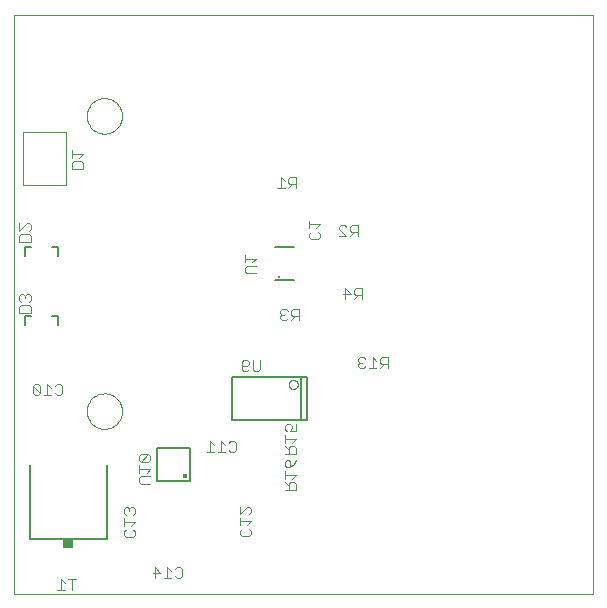
<source format=gbo>
G75*
%MOIN*%
%OFA0B0*%
%FSLAX24Y24*%
%IPPOS*%
%LPD*%
%AMOC8*
5,1,8,0,0,1.08239X$1,22.5*
%
%ADD10C,0.0000*%
%ADD11C,0.0030*%
%ADD12C,0.0060*%
%ADD13C,0.0079*%
%ADD14C,0.0040*%
%ADD15C,0.0080*%
%ADD16C,0.0157*%
%ADD17R,0.0340X0.0300*%
D10*
X004062Y003000D02*
X004062Y022292D01*
X023353Y022292D01*
X023353Y003000D01*
X004062Y003000D01*
X006471Y009079D02*
X006473Y009127D01*
X006479Y009175D01*
X006489Y009222D01*
X006502Y009268D01*
X006520Y009313D01*
X006540Y009357D01*
X006565Y009399D01*
X006593Y009438D01*
X006623Y009475D01*
X006657Y009509D01*
X006694Y009541D01*
X006732Y009570D01*
X006773Y009595D01*
X006816Y009617D01*
X006861Y009635D01*
X006907Y009649D01*
X006954Y009660D01*
X007002Y009667D01*
X007050Y009670D01*
X007098Y009669D01*
X007146Y009664D01*
X007194Y009655D01*
X007240Y009643D01*
X007285Y009626D01*
X007329Y009606D01*
X007371Y009583D01*
X007411Y009556D01*
X007449Y009526D01*
X007484Y009493D01*
X007516Y009457D01*
X007546Y009419D01*
X007572Y009378D01*
X007594Y009335D01*
X007614Y009291D01*
X007629Y009246D01*
X007641Y009199D01*
X007649Y009151D01*
X007653Y009103D01*
X007653Y009055D01*
X007649Y009007D01*
X007641Y008959D01*
X007629Y008912D01*
X007614Y008867D01*
X007594Y008823D01*
X007572Y008780D01*
X007546Y008739D01*
X007516Y008701D01*
X007484Y008665D01*
X007449Y008632D01*
X007411Y008602D01*
X007371Y008575D01*
X007329Y008552D01*
X007285Y008532D01*
X007240Y008515D01*
X007194Y008503D01*
X007146Y008494D01*
X007098Y008489D01*
X007050Y008488D01*
X007002Y008491D01*
X006954Y008498D01*
X006907Y008509D01*
X006861Y008523D01*
X006816Y008541D01*
X006773Y008563D01*
X006732Y008588D01*
X006694Y008617D01*
X006657Y008649D01*
X006623Y008683D01*
X006593Y008720D01*
X006565Y008759D01*
X006540Y008801D01*
X006520Y008845D01*
X006502Y008890D01*
X006489Y008936D01*
X006479Y008983D01*
X006473Y009031D01*
X006471Y009079D01*
X006471Y018921D02*
X006473Y018969D01*
X006479Y019017D01*
X006489Y019064D01*
X006502Y019110D01*
X006520Y019155D01*
X006540Y019199D01*
X006565Y019241D01*
X006593Y019280D01*
X006623Y019317D01*
X006657Y019351D01*
X006694Y019383D01*
X006732Y019412D01*
X006773Y019437D01*
X006816Y019459D01*
X006861Y019477D01*
X006907Y019491D01*
X006954Y019502D01*
X007002Y019509D01*
X007050Y019512D01*
X007098Y019511D01*
X007146Y019506D01*
X007194Y019497D01*
X007240Y019485D01*
X007285Y019468D01*
X007329Y019448D01*
X007371Y019425D01*
X007411Y019398D01*
X007449Y019368D01*
X007484Y019335D01*
X007516Y019299D01*
X007546Y019261D01*
X007572Y019220D01*
X007594Y019177D01*
X007614Y019133D01*
X007629Y019088D01*
X007641Y019041D01*
X007649Y018993D01*
X007653Y018945D01*
X007653Y018897D01*
X007649Y018849D01*
X007641Y018801D01*
X007629Y018754D01*
X007614Y018709D01*
X007594Y018665D01*
X007572Y018622D01*
X007546Y018581D01*
X007516Y018543D01*
X007484Y018507D01*
X007449Y018474D01*
X007411Y018444D01*
X007371Y018417D01*
X007329Y018394D01*
X007285Y018374D01*
X007240Y018357D01*
X007194Y018345D01*
X007146Y018336D01*
X007098Y018331D01*
X007050Y018330D01*
X007002Y018333D01*
X006954Y018340D01*
X006907Y018351D01*
X006861Y018365D01*
X006816Y018383D01*
X006773Y018405D01*
X006732Y018430D01*
X006694Y018459D01*
X006657Y018491D01*
X006623Y018525D01*
X006593Y018562D01*
X006565Y018601D01*
X006540Y018643D01*
X006520Y018687D01*
X006502Y018732D01*
X006489Y018778D01*
X006479Y018825D01*
X006473Y018873D01*
X006471Y018921D01*
D11*
X005977Y017780D02*
X005977Y017534D01*
X005977Y017657D02*
X006347Y017657D01*
X006224Y017534D01*
X006285Y017412D02*
X006347Y017350D01*
X006347Y017165D01*
X005977Y017165D01*
X005977Y017350D01*
X006039Y017412D01*
X006285Y017412D01*
X004535Y015344D02*
X004597Y015282D01*
X004597Y015159D01*
X004535Y015097D01*
X004535Y014975D02*
X004289Y014975D01*
X004227Y014914D01*
X004227Y014729D01*
X004597Y014729D01*
X004597Y014914D01*
X004535Y014975D01*
X004227Y015097D02*
X004227Y015344D01*
X004227Y015097D02*
X004474Y015344D01*
X004535Y015344D01*
X004535Y012980D02*
X004474Y012980D01*
X004412Y012919D01*
X004350Y012980D01*
X004289Y012980D01*
X004227Y012919D01*
X004227Y012795D01*
X004289Y012734D01*
X004289Y012612D02*
X004535Y012612D01*
X004597Y012550D01*
X004597Y012365D01*
X004227Y012365D01*
X004227Y012550D01*
X004289Y012612D01*
X004412Y012857D02*
X004412Y012919D01*
X004535Y012980D02*
X004597Y012919D01*
X004597Y012795D01*
X004535Y012734D01*
X004730Y009986D02*
X004668Y009924D01*
X004915Y009677D01*
X004853Y009615D01*
X004730Y009615D01*
X004668Y009677D01*
X004668Y009924D01*
X004730Y009986D02*
X004853Y009986D01*
X004915Y009924D01*
X004915Y009677D01*
X005037Y009615D02*
X005284Y009615D01*
X005160Y009615D02*
X005160Y009986D01*
X005284Y009862D01*
X005405Y009924D02*
X005467Y009986D01*
X005590Y009986D01*
X005652Y009924D01*
X005652Y009677D01*
X005590Y009615D01*
X005467Y009615D01*
X005405Y009677D01*
X008218Y007585D02*
X008218Y007461D01*
X008280Y007400D01*
X008526Y007647D01*
X008280Y007647D01*
X008218Y007585D01*
X008280Y007400D02*
X008526Y007400D01*
X008588Y007461D01*
X008588Y007585D01*
X008526Y007647D01*
X008218Y007278D02*
X008218Y007031D01*
X008218Y007155D02*
X008588Y007155D01*
X008465Y007031D01*
X008588Y006910D02*
X008280Y006910D01*
X008218Y006848D01*
X008218Y006725D01*
X008280Y006663D01*
X008588Y006663D01*
X008019Y005869D02*
X007957Y005869D01*
X007895Y005807D01*
X007833Y005869D01*
X007772Y005869D01*
X007710Y005807D01*
X007710Y005684D01*
X007772Y005622D01*
X007710Y005501D02*
X007710Y005254D01*
X007710Y005377D02*
X008080Y005377D01*
X007957Y005254D01*
X008019Y005132D02*
X008080Y005070D01*
X008080Y004947D01*
X008019Y004885D01*
X007772Y004885D01*
X007710Y004947D01*
X007710Y005070D01*
X007772Y005132D01*
X008019Y005622D02*
X008080Y005684D01*
X008080Y005807D01*
X008019Y005869D01*
X007895Y005807D02*
X007895Y005745D01*
X008730Y003886D02*
X008915Y003700D01*
X008668Y003700D01*
X008730Y003515D02*
X008730Y003886D01*
X009160Y003886D02*
X009160Y003515D01*
X009037Y003515D02*
X009284Y003515D01*
X009405Y003577D02*
X009467Y003515D01*
X009590Y003515D01*
X009652Y003577D01*
X009652Y003824D01*
X009590Y003886D01*
X009467Y003886D01*
X009405Y003824D01*
X009284Y003762D02*
X009160Y003886D01*
X011577Y004972D02*
X011639Y004910D01*
X011885Y004910D01*
X011947Y004972D01*
X011947Y005095D01*
X011885Y005157D01*
X011824Y005279D02*
X011947Y005402D01*
X011577Y005402D01*
X011577Y005279D02*
X011577Y005525D01*
X011577Y005647D02*
X011824Y005894D01*
X011885Y005894D01*
X011947Y005832D01*
X011947Y005709D01*
X011885Y005647D01*
X011577Y005647D02*
X011577Y005894D01*
X011639Y005157D02*
X011577Y005095D01*
X011577Y004972D01*
X013077Y006465D02*
X013447Y006465D01*
X013447Y006650D01*
X013385Y006712D01*
X013262Y006712D01*
X013200Y006650D01*
X013200Y006465D01*
X013200Y006589D02*
X013077Y006712D01*
X013077Y006834D02*
X013077Y007080D01*
X013077Y006957D02*
X013447Y006957D01*
X013324Y006834D01*
X013262Y007202D02*
X013139Y007202D01*
X013077Y007264D01*
X013077Y007387D01*
X013139Y007449D01*
X013200Y007449D01*
X013262Y007387D01*
X013262Y007202D01*
X013385Y007325D01*
X013447Y007449D01*
X013447Y007665D02*
X013447Y007850D01*
X013385Y007912D01*
X013262Y007912D01*
X013200Y007850D01*
X013200Y007665D01*
X013077Y007665D02*
X013447Y007665D01*
X013200Y007789D02*
X013077Y007912D01*
X013077Y008034D02*
X013077Y008280D01*
X013077Y008157D02*
X013447Y008157D01*
X013324Y008034D01*
X013262Y008402D02*
X013324Y008525D01*
X013324Y008587D01*
X013262Y008649D01*
X013139Y008649D01*
X013077Y008587D01*
X013077Y008464D01*
X013139Y008402D01*
X013262Y008402D02*
X013447Y008402D01*
X013447Y008649D01*
X012185Y010415D02*
X012062Y010415D01*
X012000Y010477D01*
X012000Y010786D01*
X011879Y010724D02*
X011879Y010662D01*
X011817Y010600D01*
X011632Y010600D01*
X011632Y010477D02*
X011632Y010724D01*
X011693Y010786D01*
X011817Y010786D01*
X011879Y010724D01*
X011879Y010477D02*
X011817Y010415D01*
X011693Y010415D01*
X011632Y010477D01*
X012185Y010415D02*
X012247Y010477D01*
X012247Y010786D01*
X012980Y012115D02*
X012918Y012177D01*
X012918Y012239D01*
X012980Y012300D01*
X013042Y012300D01*
X012980Y012300D02*
X012918Y012362D01*
X012918Y012424D01*
X012980Y012486D01*
X013103Y012486D01*
X013165Y012424D01*
X013287Y012424D02*
X013287Y012300D01*
X013348Y012239D01*
X013534Y012239D01*
X013534Y012115D02*
X013534Y012486D01*
X013348Y012486D01*
X013287Y012424D01*
X013410Y012239D02*
X013287Y012115D01*
X013165Y012177D02*
X013103Y012115D01*
X012980Y012115D01*
X015018Y013000D02*
X015265Y013000D01*
X015080Y013186D01*
X015080Y012815D01*
X015387Y012815D02*
X015510Y012939D01*
X015448Y012939D02*
X015634Y012939D01*
X015634Y012815D02*
X015634Y013186D01*
X015448Y013186D01*
X015387Y013124D01*
X015387Y013000D01*
X015448Y012939D01*
X014185Y014815D02*
X013939Y014815D01*
X013877Y014877D01*
X013877Y015000D01*
X013939Y015062D01*
X013877Y015184D02*
X013877Y015430D01*
X013877Y015307D02*
X014247Y015307D01*
X014124Y015184D01*
X014185Y015062D02*
X014247Y015000D01*
X014247Y014877D01*
X014185Y014815D01*
X014882Y014915D02*
X015129Y014915D01*
X014882Y015162D01*
X014882Y015224D01*
X014943Y015286D01*
X015067Y015286D01*
X015129Y015224D01*
X015250Y015224D02*
X015250Y015100D01*
X015312Y015039D01*
X015497Y015039D01*
X015373Y015039D02*
X015250Y014915D01*
X015497Y014915D02*
X015497Y015286D01*
X015312Y015286D01*
X015250Y015224D01*
X013434Y016515D02*
X013434Y016886D01*
X013248Y016886D01*
X013187Y016824D01*
X013187Y016700D01*
X013248Y016639D01*
X013434Y016639D01*
X013310Y016639D02*
X013187Y016515D01*
X013065Y016515D02*
X012818Y016515D01*
X012942Y016515D02*
X012942Y016886D01*
X013065Y016762D01*
X015575Y010886D02*
X015513Y010824D01*
X015513Y010762D01*
X015575Y010700D01*
X015513Y010639D01*
X015513Y010577D01*
X015575Y010515D01*
X015699Y010515D01*
X015760Y010577D01*
X015882Y010515D02*
X016129Y010515D01*
X016250Y010515D02*
X016373Y010639D01*
X016312Y010639D02*
X016497Y010639D01*
X016497Y010515D02*
X016497Y010886D01*
X016312Y010886D01*
X016250Y010824D01*
X016250Y010700D01*
X016312Y010639D01*
X016129Y010762D02*
X016005Y010886D01*
X016005Y010515D01*
X015760Y010824D02*
X015699Y010886D01*
X015575Y010886D01*
X015575Y010700D02*
X015637Y010700D01*
X011447Y008024D02*
X011447Y007777D01*
X011385Y007715D01*
X011262Y007715D01*
X011200Y007777D01*
X011079Y007715D02*
X010832Y007715D01*
X010710Y007715D02*
X010463Y007715D01*
X010587Y007715D02*
X010587Y008086D01*
X010710Y007962D01*
X010955Y008086D02*
X010955Y007715D01*
X011079Y007962D02*
X010955Y008086D01*
X011200Y008024D02*
X011262Y008086D01*
X011385Y008086D01*
X011447Y008024D01*
X006104Y003486D02*
X005857Y003486D01*
X005981Y003486D02*
X005981Y003115D01*
X005736Y003115D02*
X005489Y003115D01*
X005613Y003115D02*
X005613Y003486D01*
X005736Y003362D01*
D12*
X005522Y011940D02*
X005522Y012260D01*
X005302Y012260D01*
X004622Y012260D02*
X004402Y012260D01*
X004402Y011940D01*
X004402Y014240D02*
X004402Y014560D01*
X004622Y014560D01*
X005302Y014560D02*
X005522Y014560D01*
X005522Y014240D01*
X012754Y014560D02*
X013369Y014560D01*
X013369Y013440D02*
X012754Y013440D01*
D13*
X012865Y013547D03*
D14*
X012112Y013670D02*
X011812Y013670D01*
X011752Y013730D01*
X011752Y013850D01*
X011812Y013910D01*
X012112Y013910D01*
X011992Y014039D02*
X012112Y014159D01*
X011752Y014159D01*
X011752Y014039D02*
X011752Y014279D01*
X013202Y009970D02*
X013204Y009994D01*
X013210Y010018D01*
X013219Y010040D01*
X013232Y010060D01*
X013248Y010078D01*
X013267Y010093D01*
X013288Y010106D01*
X013310Y010114D01*
X013334Y010119D01*
X013358Y010120D01*
X013382Y010117D01*
X013405Y010110D01*
X013427Y010100D01*
X013447Y010086D01*
X013464Y010069D01*
X013479Y010050D01*
X013490Y010029D01*
X013498Y010006D01*
X013502Y009982D01*
X013502Y009958D01*
X013498Y009934D01*
X013490Y009911D01*
X013479Y009890D01*
X013464Y009871D01*
X013447Y009854D01*
X013427Y009840D01*
X013405Y009830D01*
X013382Y009823D01*
X013358Y009820D01*
X013334Y009821D01*
X013310Y009826D01*
X013288Y009834D01*
X013267Y009847D01*
X013248Y009862D01*
X013232Y009880D01*
X013219Y009900D01*
X013210Y009922D01*
X013204Y009946D01*
X013202Y009970D01*
X005790Y016618D02*
X005790Y018382D01*
X004334Y018382D01*
X004334Y016618D01*
X005790Y016618D01*
D15*
X011320Y010210D02*
X013598Y010210D01*
X013804Y010210D01*
X013804Y008790D01*
X011320Y008790D01*
X011320Y010210D01*
X013598Y010210D02*
X013598Y008800D01*
X009913Y007851D02*
X009913Y006749D01*
X008811Y006749D01*
X008811Y007851D01*
X009913Y007851D01*
X007152Y007271D02*
X007152Y004832D01*
X004572Y004832D01*
X004572Y007271D01*
D16*
X009756Y006907D03*
D17*
X005862Y004642D03*
M02*

</source>
